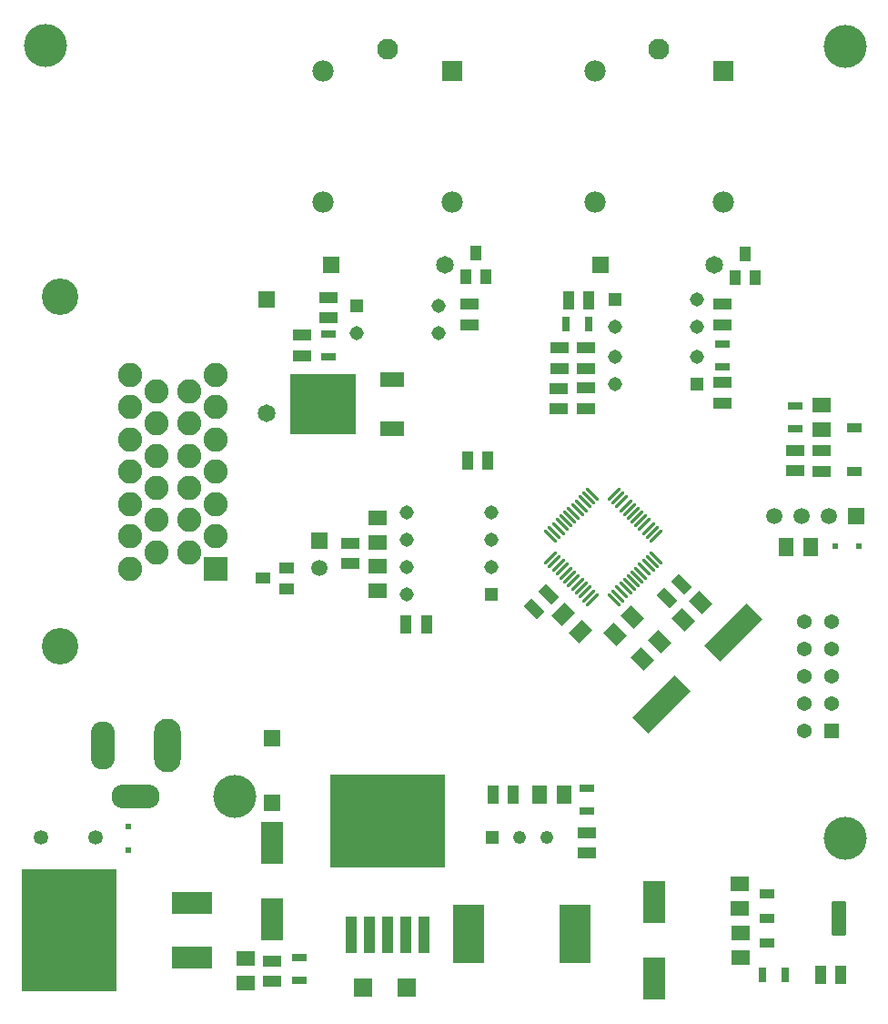
<source format=gbr>
%TF.GenerationSoftware,Altium Limited,Altium Designer,21.8.1 (53)*%
G04 Layer_Color=255*
%FSLAX45Y45*%
%MOMM*%
%TF.SameCoordinates,385564F4-8892-4696-B1AD-25C4AC7C7797*%
%TF.FilePolarity,Positive*%
%TF.FileFunction,Pads,Top*%
%TF.Part,Single*%
G01*
G75*
%TA.AperFunction,ConnectorPad*%
%ADD10R,1.00000X1.70000*%
%TA.AperFunction,SMDPad,CuDef*%
%ADD11R,1.52400X1.52400*%
G04:AMPARAMS|DCode=12|XSize=0.28mm|YSize=1.56mm|CornerRadius=0.07mm|HoleSize=0mm|Usage=FLASHONLY|Rotation=225.000|XOffset=0mm|YOffset=0mm|HoleType=Round|Shape=RoundedRectangle|*
%AMROUNDEDRECTD12*
21,1,0.28000,1.42000,0,0,225.0*
21,1,0.14000,1.56000,0,0,225.0*
1,1,0.14000,-0.55154,0.45255*
1,1,0.14000,-0.45255,0.55154*
1,1,0.14000,0.55154,-0.45255*
1,1,0.14000,0.45255,-0.55154*
%
%ADD12ROUNDEDRECTD12*%
G04:AMPARAMS|DCode=13|XSize=0.28mm|YSize=1.56mm|CornerRadius=0.07mm|HoleSize=0mm|Usage=FLASHONLY|Rotation=135.000|XOffset=0mm|YOffset=0mm|HoleType=Round|Shape=RoundedRectangle|*
%AMROUNDEDRECTD13*
21,1,0.28000,1.42000,0,0,135.0*
21,1,0.14000,1.56000,0,0,135.0*
1,1,0.14000,0.45255,0.55154*
1,1,0.14000,0.55154,0.45255*
1,1,0.14000,-0.45255,-0.55154*
1,1,0.14000,-0.55154,-0.45255*
%
%ADD13ROUNDEDRECTD13*%
G04:AMPARAMS|DCode=14|XSize=5.6mm|YSize=2.1mm|CornerRadius=0mm|HoleSize=0mm|Usage=FLASHONLY|Rotation=225.000|XOffset=0mm|YOffset=0mm|HoleType=Round|Shape=Rectangle|*
%AMROTATEDRECTD14*
4,1,4,1.23744,2.72236,2.72236,1.23744,-1.23744,-2.72236,-2.72236,-1.23744,1.23744,2.72236,0.0*
%
%ADD14ROTATEDRECTD14*%

%ADD15R,2.89560X5.41020*%
%ADD16R,10.70000X8.60000*%
%ADD17R,1.00000X3.40000*%
%ADD18R,0.60000X0.60000*%
%ADD19R,1.40000X0.95000*%
%ADD20R,0.60000X0.60000*%
%ADD21R,1.40000X1.00000*%
%ADD22R,1.00000X1.40000*%
%ADD23R,1.70000X1.00000*%
%ADD24R,1.44780X0.76200*%
%ADD25R,0.76200X1.44780*%
%ADD26R,1.00000X1.70000*%
%ADD27R,1.70000X1.40000*%
G04:AMPARAMS|DCode=28|XSize=1.4mm|YSize=1.7mm|CornerRadius=0mm|HoleSize=0mm|Usage=FLASHONLY|Rotation=135.000|XOffset=0mm|YOffset=0mm|HoleType=Round|Shape=Rectangle|*
%AMROTATEDRECTD28*
4,1,4,1.09602,0.10607,-0.10607,-1.09602,-1.09602,-0.10607,0.10607,1.09602,1.09602,0.10607,0.0*
%
%ADD28ROTATEDRECTD28*%

G04:AMPARAMS|DCode=29|XSize=1mm|YSize=1.7mm|CornerRadius=0mm|HoleSize=0mm|Usage=FLASHONLY|Rotation=45.000|XOffset=0mm|YOffset=0mm|HoleType=Round|Shape=Rectangle|*
%AMROTATEDRECTD29*
4,1,4,0.24749,-0.95460,-0.95460,0.24749,-0.24749,0.95460,0.95460,-0.24749,0.24749,-0.95460,0.0*
%
%ADD29ROTATEDRECTD29*%

G04:AMPARAMS|DCode=30|XSize=1.4mm|YSize=1.7mm|CornerRadius=0mm|HoleSize=0mm|Usage=FLASHONLY|Rotation=225.000|XOffset=0mm|YOffset=0mm|HoleType=Round|Shape=Rectangle|*
%AMROTATEDRECTD30*
4,1,4,-0.10607,1.09602,1.09602,-0.10607,0.10607,-1.09602,-1.09602,0.10607,-0.10607,1.09602,0.0*
%
%ADD30ROTATEDRECTD30*%

G04:AMPARAMS|DCode=31|XSize=0.93mm|YSize=1.31mm|CornerRadius=0.06975mm|HoleSize=0mm|Usage=FLASHONLY|Rotation=270.000|XOffset=0mm|YOffset=0mm|HoleType=Round|Shape=RoundedRectangle|*
%AMROUNDEDRECTD31*
21,1,0.93000,1.17050,0,0,270.0*
21,1,0.79050,1.31000,0,0,270.0*
1,1,0.13950,-0.58525,-0.39525*
1,1,0.13950,-0.58525,0.39525*
1,1,0.13950,0.58525,0.39525*
1,1,0.13950,0.58525,-0.39525*
%
%ADD31ROUNDEDRECTD31*%
G04:AMPARAMS|DCode=32|XSize=3.24mm|YSize=1.31mm|CornerRadius=0.09825mm|HoleSize=0mm|Usage=FLASHONLY|Rotation=270.000|XOffset=0mm|YOffset=0mm|HoleType=Round|Shape=RoundedRectangle|*
%AMROUNDEDRECTD32*
21,1,3.24000,1.11350,0,0,270.0*
21,1,3.04350,1.31000,0,0,270.0*
1,1,0.19650,-0.55675,-1.52175*
1,1,0.19650,-0.55675,1.52175*
1,1,0.19650,0.55675,1.52175*
1,1,0.19650,0.55675,-1.52175*
%
%ADD32ROUNDEDRECTD32*%
%ADD33R,1.40000X1.70000*%
%ADD34R,2.29000X1.40000*%
%ADD35R,6.18000X5.69000*%
%TA.AperFunction,ConnectorPad*%
%ADD36R,1.70000X1.00000*%
%TA.AperFunction,SMDPad,CuDef*%
%ADD37R,3.81000X2.08000*%
%ADD38R,8.89000X11.43000*%
%ADD39R,1.80000X1.70000*%
%ADD40R,2.00000X4.00000*%
%TA.AperFunction,ComponentPad*%
%ADD51C,1.30800*%
%ADD52R,1.30800X1.30800*%
%ADD53C,1.50000*%
%ADD54R,1.50000X1.50000*%
%ADD55C,1.37000*%
%ADD56R,1.37000X1.37000*%
%ADD57C,1.65000*%
%ADD58R,1.65000X1.65000*%
%ADD59R,1.98000X1.98000*%
%ADD60C,1.93500*%
%ADD61C,1.98000*%
%ADD62R,2.25000X2.25000*%
%ADD63C,2.25000*%
%ADD64C,3.40000*%
%ADD65R,1.50000X1.50000*%
%ADD66C,1.35000*%
%ADD67R,1.65000X1.65000*%
%ADD68R,1.21800X1.21800*%
%ADD69C,1.21800*%
%ADD70O,2.50000X5.00000*%
%ADD71O,4.50000X2.25000*%
%ADD72O,2.25000X4.50000*%
%TA.AperFunction,WasherPad*%
%ADD73C,4.00000*%
D10*
X4407920Y5102860D02*
D03*
X4217920D02*
D03*
X4452755Y2000530D02*
D03*
X4642755D02*
D03*
D11*
X2400300Y2521600D02*
D03*
Y1924700D02*
D03*
D12*
X5582436Y3810195D02*
D03*
X5617791Y3845550D02*
D03*
X5653147Y3880906D02*
D03*
X5688502Y3916261D02*
D03*
X5723857Y3951616D02*
D03*
X5759213Y3986972D02*
D03*
X5794568Y4022327D02*
D03*
X5829924Y4057682D02*
D03*
X5865279Y4093038D02*
D03*
X5900633Y4128392D02*
D03*
X5935990Y4163749D02*
D03*
X5971345Y4199104D02*
D03*
X5380204Y4790245D02*
D03*
X5344849Y4754890D02*
D03*
X5309493Y4719534D02*
D03*
X5274138Y4684179D02*
D03*
X5238783Y4648824D02*
D03*
X5203427Y4613468D02*
D03*
X5168072Y4578113D02*
D03*
X5132716Y4542758D02*
D03*
X5097361Y4507402D02*
D03*
X5062007Y4472048D02*
D03*
X5026650Y4436691D02*
D03*
X4991295Y4401336D02*
D03*
D13*
X5971345D02*
D03*
X5935990Y4436691D02*
D03*
X5900634Y4472047D02*
D03*
X5865279Y4507402D02*
D03*
X5829924Y4542757D02*
D03*
X5794568Y4578113D02*
D03*
X5759213Y4613468D02*
D03*
X5723858Y4648824D02*
D03*
X5688502Y4684179D02*
D03*
X5653148Y4719533D02*
D03*
X5617791Y4754890D02*
D03*
X5582436Y4790245D02*
D03*
X4991295Y4199104D02*
D03*
X5026650Y4163749D02*
D03*
X5062006Y4128393D02*
D03*
X5097361Y4093038D02*
D03*
X5132716Y4057683D02*
D03*
X5168072Y4022327D02*
D03*
X5203427Y3986972D02*
D03*
X5238782Y3951616D02*
D03*
X5274138Y3916261D02*
D03*
X5309492Y3880907D02*
D03*
X5344849Y3845550D02*
D03*
X5380204Y3810195D02*
D03*
D14*
X6019204Y2834044D02*
D03*
X6690956Y3505796D02*
D03*
D15*
X4227900Y698500D02*
D03*
X5218500D02*
D03*
D16*
X3475000Y1750000D02*
D03*
D17*
X3815000Y690000D02*
D03*
X3645000D02*
D03*
X3475000D02*
D03*
X3305000D02*
D03*
X3135000D02*
D03*
D18*
X1056640Y1480040D02*
D03*
Y1700040D02*
D03*
D19*
X7813421Y5406192D02*
D03*
Y4999792D02*
D03*
D20*
X7639540Y4305300D02*
D03*
X7859540D02*
D03*
D21*
X2310620Y4008120D02*
D03*
X2530620Y4103120D02*
D03*
Y3913120D02*
D03*
D22*
X6799580Y7026420D02*
D03*
X6894580Y6806420D02*
D03*
X6704580D02*
D03*
X4197600Y6814040D02*
D03*
X4387600D02*
D03*
X4292600Y7034040D02*
D03*
D23*
X6586440Y6366760D02*
D03*
Y6556760D02*
D03*
Y5640760D02*
D03*
Y5830760D02*
D03*
X5320000Y6152340D02*
D03*
Y5962340D02*
D03*
X5070000Y6152340D02*
D03*
Y5962340D02*
D03*
X5067300Y5586980D02*
D03*
Y5776980D02*
D03*
X5320000Y5587340D02*
D03*
Y5777340D02*
D03*
X5325000Y1645000D02*
D03*
Y1455000D02*
D03*
X4236720Y6556760D02*
D03*
Y6366760D02*
D03*
X3125380Y4334840D02*
D03*
Y4144840D02*
D03*
X7515860Y5005320D02*
D03*
Y5195320D02*
D03*
X2675000Y6080000D02*
D03*
Y6270000D02*
D03*
X7266940Y5200400D02*
D03*
Y5010400D02*
D03*
D24*
X6586440Y5972460D02*
D03*
Y6185820D02*
D03*
X7266940Y5400040D02*
D03*
Y5613400D02*
D03*
X2925000Y6281680D02*
D03*
Y6068320D02*
D03*
X5325000Y2056680D02*
D03*
Y1843320D02*
D03*
X2650000Y268320D02*
D03*
Y481680D02*
D03*
D25*
X5133340Y6370320D02*
D03*
X5346700D02*
D03*
X6964020Y322780D02*
D03*
X7177380D02*
D03*
D26*
X5344140Y6590240D02*
D03*
X5154140D02*
D03*
X3646420Y3581400D02*
D03*
X3836420D02*
D03*
X7690700Y322780D02*
D03*
X7500700D02*
D03*
D27*
X6753860Y1168400D02*
D03*
Y939800D02*
D03*
X6756400Y480060D02*
D03*
Y708660D02*
D03*
X3378200Y3891280D02*
D03*
Y4119880D02*
D03*
X3377920Y4345860D02*
D03*
Y4574460D02*
D03*
X7515860Y5392420D02*
D03*
Y5621020D02*
D03*
X2149828Y470049D02*
D03*
Y241449D02*
D03*
D28*
X5110938Y3669842D02*
D03*
X5272582Y3508198D02*
D03*
D29*
X4967970Y3857990D02*
D03*
X4833620Y3723640D02*
D03*
X6206355Y3955915D02*
D03*
X6072005Y3821565D02*
D03*
D30*
X5588000Y3487420D02*
D03*
X5749645Y3649065D02*
D03*
X6225998Y3619958D02*
D03*
X6387642Y3781602D02*
D03*
X5844998Y3254198D02*
D03*
X6006642Y3415842D02*
D03*
D31*
X7007200Y614380D02*
D03*
Y843380D02*
D03*
Y1072380D02*
D03*
D32*
X7676200Y843380D02*
D03*
D33*
X7411720Y4300220D02*
D03*
X7183120D02*
D03*
X4885700Y2000000D02*
D03*
X5114300D02*
D03*
D34*
X3519000Y5853500D02*
D03*
Y5396500D02*
D03*
D35*
X2875500Y5625000D02*
D03*
D36*
X2925000Y6620000D02*
D03*
Y6430000D02*
D03*
X2400000Y261500D02*
D03*
Y451500D02*
D03*
D37*
X1651000Y482600D02*
D03*
Y990600D02*
D03*
D38*
X508000Y736600D02*
D03*
D39*
X3655000Y200000D02*
D03*
X3245000D02*
D03*
D40*
X5950000Y1000000D02*
D03*
Y290000D02*
D03*
X2400300Y838800D02*
D03*
Y1548800D02*
D03*
D51*
X3651479Y4112520D02*
D03*
Y4366520D02*
D03*
Y3858520D02*
D03*
Y4620520D02*
D03*
X4438480D02*
D03*
Y4112520D02*
D03*
Y4366520D02*
D03*
X3947600Y6289300D02*
D03*
X3185600D02*
D03*
X3947600Y6543300D02*
D03*
X5588000Y6065520D02*
D03*
X6350000D02*
D03*
X5588000Y5811520D02*
D03*
X6348972Y6352000D02*
D03*
X5586972D02*
D03*
X6348972Y6606000D02*
D03*
D52*
X4438480Y3858520D02*
D03*
X3185600Y6543300D02*
D03*
X6350000Y5811520D02*
D03*
X5586972Y6606000D02*
D03*
D53*
X7073900Y4584700D02*
D03*
X7327900D02*
D03*
X7581900D02*
D03*
X2834640Y4107180D02*
D03*
D54*
X7835900Y4584700D02*
D03*
D55*
X7353300Y3601720D02*
D03*
X7607300D02*
D03*
X7353300Y3347720D02*
D03*
X7607300D02*
D03*
X7353300Y3093720D02*
D03*
X7607300D02*
D03*
X7353300Y2839720D02*
D03*
X7607300D02*
D03*
X7353300Y2585720D02*
D03*
D56*
X7607300D02*
D03*
D57*
X6511576Y6925000D02*
D03*
X2350000Y5545000D02*
D03*
X4005000Y6925000D02*
D03*
D58*
X5451576Y6925000D02*
D03*
X2945000Y6925000D02*
D03*
D59*
X6600040Y8730780D02*
D03*
X4075000D02*
D03*
D60*
X6000040Y8930780D02*
D03*
X3475000D02*
D03*
D61*
X5400040Y8730780D02*
D03*
Y7510780D02*
D03*
X6600040D02*
D03*
X4075000D02*
D03*
X2875000D02*
D03*
Y8730780D02*
D03*
D62*
X1875000Y4100000D02*
D03*
D63*
Y4400000D02*
D03*
Y4700000D02*
D03*
Y5000000D02*
D03*
Y5300000D02*
D03*
Y5600000D02*
D03*
Y5900000D02*
D03*
X1625000Y4250000D02*
D03*
Y4550000D02*
D03*
Y4850000D02*
D03*
Y5150000D02*
D03*
Y5450000D02*
D03*
Y5750000D02*
D03*
X1325000Y4250000D02*
D03*
Y4550000D02*
D03*
Y4850000D02*
D03*
Y5150000D02*
D03*
Y5450000D02*
D03*
Y5750000D02*
D03*
X1075000Y4100000D02*
D03*
Y4400000D02*
D03*
Y4700000D02*
D03*
Y5000000D02*
D03*
Y5300000D02*
D03*
Y5600000D02*
D03*
Y5900000D02*
D03*
D64*
X425000Y3375000D02*
D03*
Y6625000D02*
D03*
D65*
X2834640Y4361180D02*
D03*
D66*
X246000Y1600000D02*
D03*
X754000D02*
D03*
D67*
X2350000Y6605000D02*
D03*
D68*
X4443800Y1600200D02*
D03*
D69*
X4697800D02*
D03*
X4951800D02*
D03*
D70*
X1425000Y2450000D02*
D03*
D71*
X1125000Y1980000D02*
D03*
D72*
X825000Y2450000D02*
D03*
D73*
X2052320Y1978660D02*
D03*
X7734296Y1587500D02*
D03*
X287434Y8962857D02*
D03*
X7734296Y8956307D02*
D03*
%TF.MD5,e9405f5b2e37489c0944046ba4cb57e7*%
M02*

</source>
